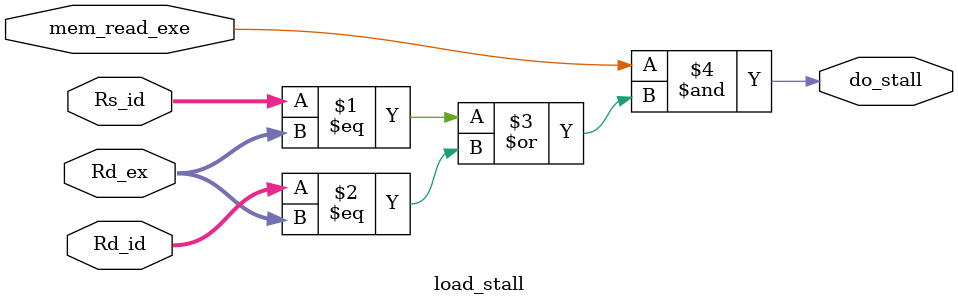
<source format=v>
module load_stall (mem_read_exe, Rs_id, Rd_id, Rd_ex, do_stall);

input [2:0] Rs_id, Rd_id, Rd_ex;
input mem_read_exe;
output do_stall;

assign do_stall = ((mem_read_exe)&((Rs_id==Rd_ex)|(Rd_id==Rd_ex)));


endmodule //load_stall
</source>
